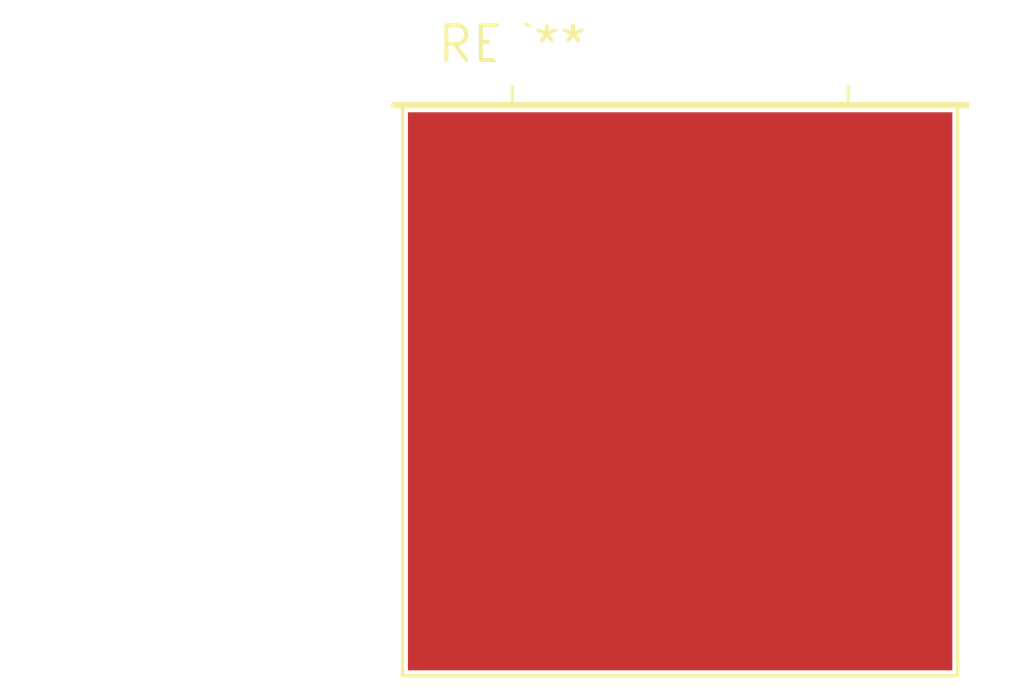
<source format=kicad_pcb>
(kicad_pcb (version 20240108) (generator pcbnew)
  (layers (0 "F.Cu" signal) (31 "B.Cu" signal) (34 "B.Paste" user) (35 "F.Paste" user) (36 "B.SilkS" user "B.Silkscreen") (37 "F.SilkS" user "F.Silkscreen") (38 "B.Mask" user) (39 "F.Mask" user) (44 "Edge.Cuts" user))
  (net 0 "")
  (footprint "Crystal_HC33-U_Horizontal_1EP_style1" (layer "F.Cu") (at 0 0)
    (property "Reference" "REF**")
    (property "Value" "Crystal_HC33-U_Horizontal_1EP_style1")
    (fp_line (start -4.38 2.18) (end 16.72 2.18) (layer "F.SilkS") (stroke (width 0.12)))
    (fp_line (start -4.38 2.3) (end -4.38 2.18) (layer "F.SilkS") (stroke (width 0.12)))
    (fp_line (start -4.03 2.3) (end -4.03 23.2) (layer "F.SilkS") (stroke (width 0.12)))
    (fp_line (start -4.03 23.2) (end 16.37 23.2) (layer "F.SilkS") (stroke (width 0.12)))
    (fp_line (start 0 1.55) (end 0 1.55) (layer "F.SilkS") (stroke (width 0.12)))
    (fp_line (start 0 2.3) (end 0 1.55) (layer "F.SilkS") (stroke (width 0.12)))
    (fp_line (start 12.34 1.55) (end 12.34 1.55) (layer "F.SilkS") (stroke (width 0.12)))
    (fp_line (start 12.34 2.3) (end 12.34 1.55) (layer "F.SilkS") (stroke (width 0.12)))
    (fp_line (start 16.37 2.3) (end -4.03 2.3) (layer "F.SilkS") (stroke (width 0.12)))
    (fp_line (start 16.37 23.2) (end 16.37 2.3) (layer "F.SilkS") (stroke (width 0.12)))
    (fp_line (start 16.72 2.18) (end 16.72 2.3) (layer "F.SilkS") (stroke (width 0.12)))
    (fp_line (start 16.72 2.3) (end -4.38 2.3) (layer "F.SilkS") (stroke (width 0.12)))
    (pad "1" thru_hole circle (at 0 0) (size 2.7 2.7) (drill 1.7) (layers *.Cu *.Mask) (remove_unused_layers))
    (pad "2" thru_hole circle (at 12.34 0) (size 2.7 2.7) (drill 1.7) (layers *.Cu *.Mask) (remove_unused_layers))
    (pad "3" smd rect (at 6.17 12.75) (size 20 20.5) (layers "F.Cu" "F.Paste" "F.Mask"))
  )
)
</source>
